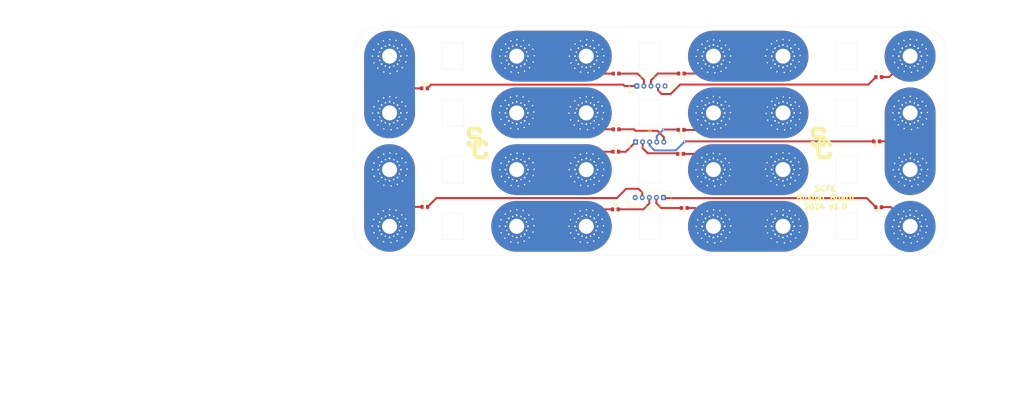
<source format=kicad_pcb>
(kicad_pcb (version 20240108) (generator "pcbnew") (generator_version "8.0")
  (layers (0 "F.Cu" signal) (31 "B.Cu" signal) (34 "B.Paste" user) (35 "F.Paste" user) (36 "B.SilkS" user "B.Silkscreen") (37 "F.SilkS" user "F.Silkscreen") (38 "B.Mask" user) (39 "F.Mask" user) (44 "Edge.Cuts" user))
  (net 0 "")
  (net 1 "Net-(H1-Pad1)")
  (net 2 "Net-(H24-Pad1)")
  (net 3 "Net-(J5-Pin_4)")
  (net 4 "Net-(J5-Pin_3)")
  (net 5 "Net-(H10-Pad1)")
  (net 6 "Net-(H22-Pad1)")
  (net 7 "Net-(H20-Pad1)")
  (net 8 "Net-(J5-Pin_2)")
  (net 9 "Net-(H18-Pad1)")
  (net 10 "Net-(J5-Pin_1)")
  (net 11 "Net-(H16-Pad1)")
  (net 12 "Net-(H14-Pad1)")
  (net 13 "Net-(H12-Pad1)")
  (net 14 "Net-(H8-Pad1)")
  (net 15 "Net-(J1-Pin_4)")
  (net 16 "Net-(H6-Pad1)")
  (net 17 "Net-(H4-Pad1)")
  (net 18 "Net-(J1-Pin_3)")
  (net 19 "Net-(H2-Pad1)")
  (net 20 "Net-(J1-Pin_2)")
  (net 21 "Net-(J1-Pin_1)")
  (net 24 "Net-(J2-Pin_5)")
  (net 25 "Net-(J2-Pin_4)")
  (net 26 "Net-(J2-Pin_3)")
  (net 27 "Net-(J2-Pin_2)")
  (net 28 "Net-(J2-Pin_1)")
  (footprint "MountingHole:MountingHole_5.3mm_M5_Pad_Via" (layer "F.Cu") (at 167.82 105.9)
    (property "Reference" "H3" (hide yes))
    (property "Value" "MountingHole_Pad")
  )
  (footprint "MountingHole:MountingHole_5.3mm_M5_Pad_Via" (layer "F.Cu") (at 192.44 105.9)
    (property "Reference" "H2" (hide yes))
    (property "Value" "MountingHole_Pad")
  )
  (footprint "MountingHole:MountingHole_5.3mm_M5_Pad_Via" (layer "F.Cu") (at 192.44 65.7)
    (property "Reference" "H14" (hide yes))
    (property "Value" "MountingHole_Pad")
  )
  (footprint "LOGO" (layer "F.Cu") (at 206 76.3)
    (property "Reference" "G***" (hide yes))
    (property "Value" "LOGO" (hide yes))
  )
  (footprint "Resistor_SMD:R_0805_2012Metric_Pad1.20x1.40mm_HandSolder" (layer "F.Cu") (at 226.3 99.1 180)
    (property "Reference" "R1")
    (property "Value" "RL0805FR-070R25L")
  )
  (footprint "Resistor_SMD:R_0805_2012Metric_Pad1.20x1.40mm_HandSolder" (layer "F.Cu") (at 156.375 71.725 180)
    (property "Reference" "R8")
    (property "Value" "RL0805FR-070R25L")
  )
  (footprint "LOGO" (layer "F.Cu") (at 84.3 76.3)
    (property "Reference" "G***" (hide yes))
    (property "Value" "LOGO" (hide yes))
  )
  (footprint "MountingHole:MountingHole_5.3mm_M5_Pad_Via" (layer "F.Cu") (at 53.2 85.8)
    (property "Reference" "H7" (hide yes))
    (property "Value" "MountingHole_Pad")
  )
  (footprint "MountingHole:MountingHole_5.3mm_M5_Pad_Via" (layer "F.Cu") (at 53.2 105.9)
    (property "Reference" "H6" (hide yes))
    (property "Value" "MountingHole_Pad")
  )
  (footprint "MountingHole:MountingHole_5.3mm_M5_Pad_Via" (layer "F.Cu") (at 237.44 105.9)
    (property "Reference" "H1" (hide yes))
    (property "Value" "MountingHole_Pad")
  )
  (footprint "MountingHole:MountingHole_5.3mm_M5_Pad_Via" (layer "F.Cu") (at 192.44 85.8)
    (property "Reference" "H11" (hide yes))
    (property "Value" "MountingHole_Pad")
  )
  (footprint "MountingHole:MountingHole_5.3mm_M5_Pad_Via" (layer "F.Cu") (at 53.2 45.6)
    (property "Reference" "H19" (hide yes))
    (property "Value" "MountingHole_Pad")
  )
  (footprint "Resistor_SMD:R_0805_2012Metric_Pad1.20x1.40mm_HandSolder" (layer "F.Cu") (at 156.475 51.75 180)
    (property "Reference" "R12")
    (property "Value" "RL0805FR-070R25L")
  )
  (footprint "MountingHole:MountingHole_5.3mm_M5_Pad_Via" (layer "F.Cu") (at 53.2 65.7)
    (property "Reference" "H18" (hide yes))
    (property "Value" "MountingHole_Pad")
  )
  (footprint "Connector_Molex:Molex_SPOX_5267-05A_1x05_P2.50mm_Vertical" (layer "F.Cu") (at 140.26 76.02)
    (property "Reference" "J2")
    (property "Value" "Conn_01x05_Socket")
  )
  (footprint "Resistor_SMD:R_0805_2012Metric_Pad1.20x1.40mm_HandSolder" (layer "F.Cu") (at 226.3 53)
    (property "Reference" "R13")
    (property "Value" "RL0805FR-070R25L")
  )
  (footprint "MountingHole:MountingHole_5.3mm_M5_Pad_Via" (layer "F.Cu") (at 167.82 85.8)
    (property "Reference" "H10" (hide yes))
    (property "Value" "MountingHole_Pad")
  )
  (footprint "Resistor_SMD:R_0805_2012Metric_Pad1.20x1.40mm_HandSolder" (layer "F.Cu") (at 133.1 99.875)
    (property "Reference" "R3")
    (property "Value" "RL0805FR-070R25L")
  )
  (footprint "MountingHole:MountingHole_5.3mm_M5_Pad_Via" (layer "F.Cu") (at 122.82 105.9)
    (property "Reference" "H4" (hide yes))
    (property "Value" "MountingHole_Pad")
  )
  (footprint "MountingHole:MountingHole_5.3mm_M5_Pad_Via" (layer "F.Cu") (at 98.2 85.8)
    (property "Reference" "H8" (hide yes))
    (property "Value" "MountingHole_Pad")
  )
  (footprint "MountingHole:MountingHole_5.3mm_M5_Pad_Via" (layer "F.Cu") (at 237.44 85.8)
    (property "Reference" "H12" (hide yes))
    (property "Value" "MountingHole_Pad")
  )
  (footprint "MountingHole:MountingHole_5.3mm_M5_Pad_Via" (layer "F.Cu") (at 122.82 65.7)
    (property "Reference" "H16" (hide yes))
    (property "Value" "MountingHole_Pad")
  )
  (footprint "Resistor_SMD:R_0805_2012Metric_Pad1.20x1.40mm_HandSolder" (layer "F.Cu") (at 65.575 57)
    (property "Reference" "R10")
    (property "Value" "RL0805FR-070R25L")
  )
  (footprint "MountingHole:MountingHole_5.3mm_M5_Pad_Via" (layer "F.Cu") (at 98.2 65.7)
    (property "Reference" "H17" (hide yes))
    (property "Value" "MountingHole_Pad")
  )
  (footprint "MountingHole:MountingHole_5.3mm_M5_Pad_Via" (layer "F.Cu") (at 237.44 65.7)
    (property "Reference" "H13" (hide yes))
    (property "Value" "MountingHole_Pad")
  )
  (footprint "MountingHole:MountingHole_5.3mm_M5_Pad_Via" (layer "F.Cu") (at 122.82 85.8)
    (property "Reference" "H9" (hide yes))
    (property "Value" "MountingHole_Pad")
  )
  (footprint "Resistor_SMD:R_0805_2012Metric_Pad1.20x1.40mm_HandSolder" (layer "F.Cu") (at 65.6625 99)
    (property "Reference" "R4")
    (property "Value" "RL0805FR-070R25L")
  )
  (footprint "MountingHole:MountingHole_5.3mm_M5_Pad_Via" (layer "F.Cu") (at 167.82 65.7)
    (property "Reference" "H15" (hide yes))
    (property "Value" "MountingHole_Pad")
  )
  (footprint "Resistor_SMD:R_0805_2012Metric_Pad1.20x1.40mm_HandSolder" (layer "F.Cu") (at 133.375 71.525)
    (property "Reference" "R9")
    (property "Value" "RL0805FR-070R25L")
  )
  (footprint "MountingHole:MountingHole_5.3mm_M5_Pad_Via" (layer "F.Cu") (at 98.2 105.9)
    (property "Reference" "H5" (hide yes))
    (property "Value" "MountingHole_Pad")
  )
  (footprint "Resistor_SMD:R_0805_2012Metric_Pad1.20x1.40mm_HandSolder" (layer "F.Cu") (at 225.6 75.8 180)
    (property "Reference" "R7")
    (property "Value" "RL0805FR-070R25L")
  )
  (footprint "Connector_Molex:Molex_SPOX_5267-05A_1x05_P2.50mm_Vertical" (layer "F.Cu") (at 150.12 95.7 180)
    (property "Reference" "J1")
    (property "Value" "Conn_01x05_Socket")
  )
  (footprint "Resistor_SMD:R_0805_2012Metric_Pad1.20x1.40mm_HandSolder" (layer "F.Cu") (at 156.175 80.225 180)
    (property "Reference" "R6")
    (property "Value" "RL0805FR-070R25L")
  )
  (footprint "MountingHole:MountingHole_5.3mm_M5_Pad_Via" (layer "F.Cu") (at 192.44 45.6)
    (property "Reference" "H23" (hide yes))
    (property "Value" "MountingHole_Pad")
  )
  (footprint "Resistor_SMD:R_0805_2012Metric_Pad1.20x1.40mm_HandSolder" (layer "F.Cu") (at 133.35 51.775)
    (property "Reference" "R11" (hide yes))
    (property "Value" "RL0805FR-070R25L")
  )
  (footprint "MountingHole:MountingHole_5.3mm_M5_Pad_Via" (layer "F.Cu") (at 98.2 45.6)
    (property "Reference" "H20" (hide yes))
    (property "Value" "MountingHole_Pad")
  )
  (footprint "Resistor_SMD:R_0805_2012Metric_Pad1.20x1.40mm_HandSolder" (layer "F.Cu") (at 157.5 99.4 180)
    (property "Reference" "R2")
    (property "Value" "RL0805FR-070R25L")
  )
  (footprint "MountingHole:MountingHole_5.3mm_M5_Pad_Via" (layer "F.Cu") (at 167.82 45.6)
    (property "Reference" "H22" (hide yes))
    (property "Value" "MountingHole_Pad")
  )
  (footprint "MountingHole:MountingHole_5.3mm_M5_Pad_Via" (layer "F.Cu") (at 237.44 45.6)
    (property "Reference" "H24" (hide yes))
    (property "Value" "MountingHole_Pad")
  )
  (footprint "MountingHole:MountingHole_5.3mm_M5_Pad_Via" (layer "F.Cu") (at 122.82 45.6)
    (property "Reference" "H21" (hide yes))
    (property "Value" "MountingHole_Pad")
  )
  (footprint "Connector_Molex:Molex_SPOX_5267-05A_1x05_P2.50mm_Vertical" (layer "F.Cu") (at 140.7 56.17)
    (property "Reference" "J5")
    (property "Value" "Conn_01x05_Socket")
  )
  (footprint "Resistor_SMD:R_0805_2012Metric_Pad1.20x1.40mm_HandSolder" (layer "F.Cu") (at 133.25 79.45)
    (property "Reference" "R5")
    (property "Value" "RL0805FR-070R25L")
  )
  (gr_rect (start 71.9 61.05) (end 79.5 70.4) (stroke (width 0.05)) (fill none) (layer "Edge.Cuts"))
  (gr_arc (start 241.2 35.200001) (mid 247.533543 37.905598) (end 250.100035 44.296775) (stroke (width 0.05)) (layer "Edge.Cuts"))
  (gr_rect (start 141.5 101.25) (end 149.1 110.6) (stroke (width 0.05)) (fill none) (layer "Edge.Cuts"))
  (gr_rect (start 211.1 61.05) (end 218.7 70.4) (stroke (width 0.05)) (fill none) (layer "Edge.Cuts"))
  (gr_arc (start 40.603226 44.100035) (mid 43.308823 37.766492) (end 49.7 35.2) (stroke (width 0.05)) (layer "Edge.Cuts"))
  (gr_rect (start 141.5 61.05) (end 149.1 70.4) (stroke (width 0.05)) (fill none) (layer "Edge.Cuts"))
  (gr_line (start 250.100035 44.296775) (end 250.096774 107.299965) (stroke (width 0.05)) (layer "Edge.Cuts"))
  (gr_line (start 49.7 35.2) (end 241.2 35.200001) (stroke (width 0.05)) (layer "Edge.Cuts"))
  (gr_rect (start 141.5 40.85) (end 149.1 50.2) (stroke (width 0.05)) (fill none) (layer "Edge.Cuts"))
  (gr_rect (start 211.1 101.25) (end 218.7 110.6) (stroke (width 0.05)) (fill none) (layer "Edge.Cuts"))
  (gr_rect (start 71.9 40.9) (end 79.5 50.25) (stroke (width 0.05)) (fill none) (layer "Edge.Cuts"))
  (gr_rect (start 71.9 101.15) (end 79.5 110.5) (stroke (width 0.05)) (fill none) (layer "Edge.Cuts"))
  (gr_rect (start 141.5 81.15) (end 149.1 90.5) (stroke (width 0.05)) (fill none) (layer "Edge.Cuts"))
  (gr_line (start 40.6 107.1) (end 40.603226 44.100035) (stroke (width 0.05)) (layer "Edge.Cuts"))
  (gr_rect (start 211.2 81.15) (end 218.7 90.5) (stroke (width 0.05)) (fill none) (layer "Edge.Cuts"))
  (gr_rect (start 71.9 81.15) (end 79.5 90.5) (stroke (width 0.05)) (fill none) (layer "Edge.Cuts"))
  (gr_rect (start 211.1 40.95) (end 218.7 50.3) (stroke (width 0.05)) (fill none) (layer "Edge.Cuts"))
  (gr_line (start 241 116.2) (end 49.500035 116.196774) (stroke (width 0.05)) (layer "Edge.Cuts"))
  (gr_arc (start 49.500035 116.196774) (mid 43.166492 113.491177) (end 40.6 107.1) (stroke (width 0.05)) (layer "Edge.Cuts"))
  (gr_arc (start 250.096774 107.299965) (mid 247.391177 113.633508) (end 241 116.2) (stroke (width 0.05)) (layer "Edge.Cuts"))
  (gr_text "SCFE\nBusbar Board\n2024 v1.0" (at 207.4 100.1 0) (layer "F.SilkS") (effects (font (size 2 2) (thickness 0.5)) (justify bottom)))
  (segment (start 227.3 99.1) (end 230.64 99.1) (width 0.7) (layer "F.Cu") (net 1))
  (segment (start 237.44 105.9) (end 237.4 105.9) (width 18) (layer "F.Cu") (net 1))
  (segment (start 230.64 99.1) (end 237.44 105.9) (width 0.7) (layer "F.Cu") (net 1))
  (via (at 242.95 103.5) (size 1) (drill 0.5) (layers "F.Cu" "B.Cu") (net 1))
  (via (at 237.8 111.83) (size 1) (drill 0.5) (layers "F.Cu" "B.Cu") (net 1))
  (via (at 235.94 109.4) (size 1) (drill 0.5) (layers "F.Cu" "B.Cu") (net 1))
  (via (at 235.21 111.58) (size 1) (drill 0.5) (layers "F.Cu" "B.Cu") (net 1))
  (via (at 235.13 100.58) (size 1) (drill 0.5) (layers "F.Cu" "B.Cu") (net 1))
  (via (at 231.22 106) (size 1) (drill 0.5) (layers "F.Cu" "B.Cu") (net 1))
  (via (at 243.05 108.07) (size 1) (drill 0.5) (layers "F.Cu" "B.Cu") (net 1))
  (via (at 243.4 105.84) (size 1) (drill 0.5) (layers "F.Cu" "B.Cu") (net 1))
  (via (at 239.97 111.29) (size 1) (drill 0.5) (layers "F.Cu" "B.Cu") (net 1))
  (via (at 236 102.35) (size 1) (drill 0.5) (layers "F.Cu" "B.Cu") (net 1))
  (via (at 231.8 108.39) (size 1) (drill 0.5) (layers "F.Cu" "B.Cu") (net 1))
  (via (at 240.94 104.4) (size 1) (drill 0.5) (layers "F.Cu" "B.Cu") (net 1))
  (via (at 239.6 100.44) (size 1) (drill 0.5) (layers "F.Cu" "B.Cu") (net 1))
  (via (at 233.94 107.4) (size 1) (drill 0.5) (layers "F.Cu" "B.Cu") (net 1))
  (via (at 241.62 102.04) (size 1) (drill 0.5) (layers "F.Cu" "B.Cu") (net 1))
  (via (at 233.13 110.25) (size 1) (drill 0.5) (layers "F.Cu" "B.Cu") (net 1))
  (via (at 241.75 110.07) (size 1) (drill 0.5) (layers "F.Cu" "B.Cu") (net 1))
  (via (at 238.94 102.4) (size 1) (drill 0.5) (layers "F.Cu" "B.Cu") (net 1))
  (via (at 231.72 103.71) (size 1) (drill 0.5) (layers "F.Cu" "B.Cu") (net 1))
  (via (at 240.94 107.4) (size 1) (drill 0.5) (layers "F.Cu" "B.Cu") (net 1))
  (via (at 233.94 104.4) (size 1) (drill 0.5) (layers "F.Cu" "B.Cu") (net 1))
  (via (at 237.36 100.15) (size 1) (drill 0.5) (layers "F.Cu" "B.Cu") (net 1))
  (via (at 238.94 109.4) (size 1) (drill 0.5) (layers "F.Cu" "B.Cu") (net 1))
  (via (at 233.27 101.72) (size 1) (drill 0.5) (layers "F.Cu" "B.Cu") (net 1))
  (segment (start 237.39 105.95) (end 237.39 106.01) (width 18) (layer "B.Cu") (net 1))
  (segment (start 237.44 105.9) (end 237.39 105.95) (width 18) (layer "B.Cu") (net 1))
  (segment (start 227.3 53) (end 230.04 53) (width 0.7) (layer "F.Cu") (net 2))
  (segment (start 230.04 53) (end 237.38 45.66) (width 0.7) (layer "F.Cu") (net 2))
  (segment (start 237.44 45.6) (end 237.38 45.66) (width 18) (layer "F.Cu") (net 2))
  (via (at 237.92 51.3) (size 1) (drill 0.5) (layers "F.Cu" "B.Cu") (net 2))
  (via (at 243.52 45.31) (size 1) (drill 0.5) (layers "F.Cu" "B.Cu") (net 2))
  (via (at 233.39 41.19) (size 1) (drill 0.5) (layers "F.Cu" "B.Cu") (net 2))
  (via (at 235.25 40.05) (size 1) (drill 0.5) (layers "F.Cu" "B.Cu") (net 2))
  (via (at 231.92 47.86) (size 1) (drill 0.5) (layers "F.Cu" "B.Cu") (net 2))
  (via (at 233.94 47.1) (size 1) (drill 0.5) (layers "F.Cu" "B.Cu") (net 2))
  (via (at 231.34 45.47) (size 1) (drill 0.5) (layers "F.Cu" "B.Cu") (net 2))
  (via (at 235.94 49.1) (size 1) (drill 0.5) (layers "F.Cu" "B.Cu") (net 2))
  (via (at 238.94 49.1) (size 1) (drill 0.5) (layers "F.Cu" "B.Cu") (net 2))
  (via (at 241.74 41.51) (size 1) (drill 0.5) (layers "F.Cu" "B.Cu") (net 2))
  (via (at 233.25 49.72) (size 1) (drill 0.5) (layers "F.Cu" "B.Cu") (net 2))
  (via (at 241.87 49.54) (size 1) (drill 0.5) (layers "F.Cu" "B.Cu") (net 2))
  (via (at 233.94 44.1) (size 1) (drill 0.5) (layers "F.Cu" "B.Cu") (net 2))
  (via (at 235.33 51.05) (size 1) (drill 0.5) (layers "F.Cu" "B.Cu") (net 2))
  (via (at 236 42.1) (size 1) (drill 0.5) (layers "F.Cu" "B.Cu") (net 2))
  (via (at 243.17 47.54) (size 1) (drill 0.5) (layers "F.Cu" "B.Cu") (net 2))
  (via (at 239.72 39.91) (size 1) (drill 0.5) (layers "F.Cu" "B.Cu") (net 2))
  (via (at 243.07 42.97) (size 1) (drill 0.5) (layers "F.Cu" "B.Cu") (net 2))
  (via (at 237.48 39.62) (size 1) (drill 0.5) (layers "F.Cu" "B.Cu") (net 2))
  (via (at 238.94 42.1) (size 1) (drill 0.5) (layers "F.Cu" "B.Cu") (net 2))
  (via (at 240.94 47.1) (size 1) (drill 0.5) (layers "F.Cu" "B.Cu") (net 2))
  (via (at 240.94 44.1) (size 1) (drill 0.5) (layers "F.Cu" "B.Cu") (net 2))
  (via (at 240.09 50.76) (size 1) (drill 0.5) (layers "F.Cu" "B.Cu") (net 2))
  (via (at 231.84 43.18) (size 1) (drill 0.5) (layers "F.Cu" "B.Cu") (net 2))
  (segment (start 237.44 45.6) (end 237.44 45.57) (width 18) (layer "B.Cu") (net 2))
  (segment (start 222.64 55.66) (end 225.3 53) (width 0.7) (layer "F.Cu") (net 3))
  (segment (start 156.04 55.66) (end 222.64 55.66) (width 0.7) (layer "F.Cu") (net 3))
  (segment (start 148.2 56.17) (end 148.2 57.72) (width 0.7) (layer "F.Cu") (net 3))
  (segment (start 149.49 59.01) (end 152.69 59.01) (width 0.7) (layer "F.Cu") (net 3))
  (segment (start 148.2 57.72) (end 149.49 59.01) (width 0.7) (layer "F.Cu") (net 3))
  (segment (start 152.69 59.01) (end 156.04 55.66) (width 0.7) (layer "F.Cu") (net 3))
  (segment (start 148.13 51.75) (end 155.475 51.75) (width 0.7) (layer "F.Cu") (net 4))
  (segment (start 145.7 56.17) (end 145.7 54.18) (width 0.7) (layer "F.Cu") (net 4))
  (segment (start 145.7 54.18) (end 148.13 51.75) (width 0.7) (layer "F.Cu") (net 4))
  (segment (start 157.175 80.225) (end 162.245 80.225) (width 0.7) (layer "F.Cu") (net 5))
  (segment (start 162.245 80.225) (end 167.82 85.8) (width 0.7) (layer "F.Cu") (net 5))
  (segment (start 167.82 85.8) (end 192.44 85.8) (width 18) (layer "F.Cu") (net 5))
  (via (at 194.64 80.06) (size 1) (drill 0.5) (layers "F.Cu" "B.Cu") (net 5))
  (via (at 162.25 88.25) (size 1) (drill 0.5) (layers "F.Cu" "B.Cu") (net 5))
  (via (at 198.44 85.46) (size 1) (drill 0.5) (layers "F.Cu" "B.Cu") (net 5))
  (via (at 188.31 81.34) (size 1) (drill 0.5) (layers "F.Cu" "B.Cu") (net 5))
  (via (at 190.94 89.3) (size 1) (drill 0.5) (layers "F.Cu" "B.Cu") (net 5))
  (via (at 191 82.3) (size 1) (drill 0.5) (layers "F.Cu" "B.Cu") (net 5))
  (via (at 190.17 80.2) (size 1) (drill 0.5) (layers "F.Cu" "B.Cu") (net 5))
  (via (at 164.32 87.3) (size 1) (drill 0.5) (layers "F.Cu" "B.Cu") (net 5))
  (via (at 173.4 83.36) (size 1) (drill 0.5) (layers "F.Cu" "B.Cu") (net 5))
  (via (at 193.94 82.3) (size 1) (drill 0.5) (layers "F.Cu" "B.Cu") (net 5))
  (via (at 195.94 84.3) (size 1) (drill 0.5) (layers "F.Cu" "B.Cu") (net 5))
  (via (at 173.5 87.93) (size 1) (drill 0.5) (layers "F.Cu" "B.Cu") (net 5))
  (via (at 161.67 85.86) (size 1) (drill 0.5) (layers "F.Cu" "B.Cu") (net 5))
  (via (at 162.17 83.57) (size 1) (drill 0.5) (layers "F.Cu" "B.Cu") (net 5))
  (via (at 172.2 89.93) (size 1) (drill 0.5) (layers "F.Cu" "B.Cu") (net 5))
  (via (at 186.84 88.01) (size 1) (drill 0.5) (layers "F.Cu" "B.Cu") (net 5))
  (via (at 196.79 89.69) (size 1) (drill 0.5) (layers "F.Cu" "B.Cu") (net 5))
  (via (at 192.84 91.45) (size 1) (drill 0.5) (layers "F.Cu" "B.Cu") (net 5))
  (via (at 169.32 89.3) (size 1) (drill 0.5) (layers "F.Cu" "B.Cu") (net 5))
  (via (at 186.26 85.62) (size 1) (drill 0.5) (layers "F.Cu" "B.Cu") (net 5))
  (via (at 166.32 89.3) (size 1) (drill 0.5) (layers "F.Cu" "B.Cu") (net 5))
  (via (at 188.17 89.87) (size 1) (drill 0.5) (layers "F.Cu" "B.Cu") (net 5))
  (via (at 170.05 80.3) (size 1) (drill 0.5) (layers "F.Cu" "B.Cu") (net 5))
  (via (at 170.42 91.15) (size 1) (drill 0.5) (layers "F.Cu" "B.Cu") (net 5))
  (via (at 165.58 80.44) (size 1) (drill 0.5) (layers "F.Cu" "B.Cu") (net 5))
  (via (at 192.4 79.77) (size 1) (drill 0.5) (layers "F.Cu" "B.Cu") (net 5))
  (via (at 168.25 91.69) (size 1) (drill 0.5) (layers "F.Cu" "B.Cu") (net 5))
  (via (at 169.32 82.3) (size 1) (drill 0.5) (layers "F.Cu" "B.Cu") (net 5))
  (via (at 186.76 83.33) (size 1) (drill 0.5) (layers "F.Cu" "B.Cu") (net 5))
  (via (at 171.32 87.3) (size 1) (drill 0.5) (layers "F.Cu" "B.Cu") (net 5))
  (via (at 190.25 91.2) (size 1) (drill 0.5) (layers "F.Cu" "B.Cu") (net 5))
  (via (at 163.58 90.11) (size 1) (drill 0.5) (layers "F.Cu" "B.Cu") (net 5))
  (via (at 172.07 81.9) (size 1) (drill 0.5) (layers "F.Cu" "B.Cu") (net 5))
  (via (at 198.09 87.69) (size 1) (drill 0.5) (layers "F.Cu" "B.Cu") (net 5))
  (via (at 195.01 90.91) (size 1) (drill 0.5) (layers "F.Cu" "B.Cu") (net 5))
  (via (at 188.94 87.3) (size 1) (drill 0.5) (layers "F.Cu" "B.Cu") (net 5))
  (via (at 188.94 84.3) (size 1) (drill 0.5) (layers "F.Cu" "B.Cu") (net 5))
  (via (at 171.32 84.3) (size 1) (drill 0.5) (layers "F.Cu" "B.Cu") (net 5))
  (via (at 163.72 81.58) (size 1) (drill 0.5) (layers "F.Cu" "B.Cu") (net 5))
  (via (at 195.94 87.3) (size 1) (drill 0.5) (layers "F.Cu" "B.Cu") (net 5))
  (via (at 193.94 89.3) (size 1) (drill 0.5) (layers "F.Cu" "B.Cu") (net 5))
  (via (at 166.4 82.3) (size 1) (drill 0.5) (layers "F.Cu" "B.Cu") (net 5))
  (via (at 165.66 91.44) (size 1) (drill 0.5) (layers "F.Cu" "B.Cu") (net 5))
  (via (at 173.85 85.7) (size 1) (drill 0.5) (layers "F.Cu" "B.Cu") (net 5))
  (via (at 196.66 81.66) (size 1) (drill 0.5) (layers "F.Cu" "B.Cu") (net 5))
  (via (at 197.99 83.12) (size 1) (drill 0.5) (layers "F.Cu" "B.Cu") (net 5))
  (via (at 167.81 80.01) (size 1) (drill 0.5) (layers "F.Cu" "B.Cu") (net 5))
  (via (at 164.32 84.3) (size 1) (drill 0.5) (layers "F.Cu" "B.Cu") (net 5))
  (segment (start 167.82 85.8) (end 192.44 85.8) (width 18) (layer "B.Cu") (net 5))
  (segment (start 167.82 45.6) (end 192.44 45.6) (width 18) (layer "F.Cu") (net 6))
  (segment (start 157.475 51.75) (end 161.67 51.75) (width 0.7) (layer "F.Cu") (net 6))
  (via (at 194.68 39.97) (size 1) (drill 0.5) (layers "F.Cu" "B.Cu") (net 6))
  (via (at 171.32 44.1) (size 1) (drill 0.5) (layers "F.Cu" "B.Cu") (net 6))
  (via (at 195.94 47.1) (size 1) (drill 0.5) (layers "F.Cu" "B.Cu") (net 6))
  (via (at 188.94 47.1) (size 1) (drill 0.5) (layers "F.Cu" "B.Cu") (net 6))
  (via (at 188.94 44.1) (size 1) (drill 0.5) (layers "F.Cu" "B.Cu") (net 6))
  (via (at 167.88 39.85) (size 1) (drill 0.5) (layers "F.Cu" "B.Cu") (net 6))
  (via (at 162.24 43.41) (size 1) (drill 0.5) (layers "F.Cu" "B.Cu") (net 6))
  (via (at 190.94 49.1) (size 1) (drill 0.5) (layers "F.Cu" "B.Cu") (net 6))
  (via (at 195.94 44.1) (size 1) (drill 0.5) (layers "F.Cu" "B.Cu") (net 6))
  (via (at 163.79 41.42) (size 1) (drill 0.5) (layers "F.Cu" "B.Cu") (net 6))
  (via (at 172.14 41.74) (size 1) (drill 0.5) (layers "F.Cu" "B.Cu") (net 6))
  (via (at 165.65 40.28) (size 1) (drill 0.5) (layers "F.Cu" "B.Cu") (net 6))
  (via (at 186.88 47.92) (size 1) (drill 0.5) (layers "F.Cu" "B.Cu") (net 6))
  (via (at 198.13 47.6) (size 1) (drill 0.5) (layers "F.Cu" "B.Cu") (net 6))
  (via (at 166.32 49.1) (size 1) (drill 0.5) (layers "F.Cu" "B.Cu") (net 6))
  (via (at 166.35 42.05) (size 1) (drill 0.5) (layers "F.Cu" "B.Cu") (net 6))
  (via (at 193.94 42.1) (size 1) (drill 0.5) (layers "F.Cu" "B.Cu") (net 6))
  (via (at 161.74 45.7) (size 1) (drill 0.5) (layers "F.Cu" "B.Cu") (net 6))
  (via (at 168.32 51.53) (size 1) (drill 0.5) (layers "F.Cu" "B.Cu") (net 6))
  (via (at 196.7 41.57) (size 1) (drill 0.5) (layers "F.Cu" "B.Cu") (net 6))
  (via (at 190.29 51.11) (size 1) (drill 0.5) (layers "F.Cu" "B.Cu") (net 6))
  (via (at 173.92 45.54) (size 1) (drill 0.5) (layers "F.Cu" "B.Cu") (net 6))
  (via (at 170.12 40.14) (size 1) (drill 0.5) (layers "F.Cu" "B.Cu") (net 6))
  (via (at 169.32 42.1) (size 1) (drill 0.5) (layers "F.Cu" "B.Cu") (net 6))
  (via (at 186.3 45.53) (size 1) (drill 0.5) (layers "F.Cu" "B.Cu") (net 6))
  (via (at 195.05 50.82) (size 1) (drill 0.5) (layers "F.Cu" "B.Cu") (net 6))
  (via (at 172.27 49.77) (size 1) (drill 0.5) (layers "F.Cu" "B.Cu") (net 6))
  (via (at 196.83 49.6) (size 1) (drill 0.5) (layers "F.Cu" "B.Cu") (net 6))
  (via (at 188.21 49.78) (size 1) (drill 0.5) (layers "F.Cu" "B.Cu") (net 6))
  (via (at 163.65 49.95) (size 1) (drill 0.5) (layers "F.Cu" "B.Cu") (net 6))
  (via (at 192.88 51.36) (size 1) (drill 0.5) (layers "F.Cu" "B.Cu") (net 6))
  (via (at 186.8 43.24) (size 1) (drill 0.5) (layers "F.Cu" "B.Cu") (net 6))
  (via (at 173.57 47.77) (size 1) (drill 0.5) (layers "F.Cu" "B.Cu") (net 6))
  (via (at 170.49 50.99) (size 1) (drill 0.5) (layers "F.Cu" "B.Cu") (net 6))
  (via (at 164.32 44.1) (size 1) (drill 0.5) (layers "F.Cu" "B.Cu") (net 6))
  (via (at 191 42.05) (size 1) (drill 0.5) (layers "F.Cu" "B.Cu") (net 6))
  (via (at 162.32 48.09) (size 1) (drill 0.5) (layers "F.Cu" "B.Cu") (net 6))
  (via (at 169.32 49.1) (size 1) (drill 0.5) (layers "F.Cu" "B.Cu") (net 6))
  (via (at 198.48 45.37) (size 1) (drill 0.5) (layers "F.Cu" "B.Cu") (net 6))
  (via (at 165.73 51.28) (size 1) (drill 0.5) (layers "F.Cu" "B.Cu") (net 6))
  (via (at 190.21 40.11) (size 1) (drill 0.5) (layers "F.Cu" "B.Cu") (net 6))
  (via (at 192.44 39.68) (size 1) (drill 0.5) (layers "F.Cu" "B.Cu") (net 6))
  (via (at 164.32 47.1) (size 1) (drill 0.5) (layers "F.Cu" "B.Cu") (net 6))
  (via (at 188.35 41.25) (size 1) (drill 0.5) (layers "F.Cu" "B.Cu") (net 6))
  (via (at 171.32 47.1) (size 1) (drill 0.5) (layers "F.Cu" "B.Cu") (net 6))
  (via (at 198.03 43.03) (size 1) (drill 0.5) (layers "F.Cu" "B.Cu") (net 6))
  (via (at 173.47 43.2) (size 1) (drill 0.5) (layers "F.Cu" "B.Cu") (net 6))
  (via (at 193.94 49.1) (size 1) (drill 0.5) (layers "F.Cu" "B.Cu") (net 6))
  (segment (start 167.82 45.6) (end 192.44 45.6) (width 18) (layer "B.Cu") (net 6))
  (segment (start 128.995 51.775) (end 132.35 51.775) (width 0.7) (layer "F.Cu") (net 7))
  (segment (start 98.2 45.6) (end 122.82 45.6) (width 18) (layer "F.Cu") (net 7))
  (via (at 92.79 48) (size 1) (drill 0.5) (layers "F.Cu" "B.Cu") (net 7))
  (via (at 103.94 43.11) (size 1) (drill 0.5) (layers "F.Cu" "B.Cu") (net 7))
  (via (at 121.4 42.1) (size 1) (drill 0.5) (layers "F.Cu" "B.Cu") (net 7))
  (via (at 124.25 42.1) (size 1) (drill 0.5) (layers "F.Cu" "B.Cu") (net 7))
  (via (at 94.7 44.1) (size 1) (drill 0.5) (layers "F.Cu" "B.Cu") (net 7))
  (via (at 99.7 49.1) (size 1) (drill 0.5) (layers "F.Cu" "B.Cu") (net 7))
  (via (at 96.75 42.05) (size 1) (drill 0.5) (layers "F.Cu" "B.Cu") (net 7))
  (via (at 117.33 43.32) (size 1) (drill 0.5) (layers "F.Cu" "B.Cu") (net 7))
  (via (at 104.04 47.68) (size 1) (drill 0.5) (layers "F.Cu" "B.Cu") (net 7))
  (via (at 102.61 41.65) (size 1) (drill 0.5) (layers "F.Cu" "B.Cu") (net 7))
  (via (at 124.32 49.35) (size 1) (drill 0.5) (layers "F.Cu" "B.Cu") (net 7))
  (via (at 94.7 47.1) (size 1) (drill 0.5) (layers "F.Cu" "B.Cu") (net 7))
  (via (at 101.7 44.1) (size 1) (drill 0.5) (layers "F.Cu" "B.Cu") (net 7))
  (via (at 94.12 49.86) (size 1) (drill 0.5) (layers "F.Cu" "B.Cu") (net 7))
  (via (at 100.59 40.05) (size 1) (drill 0.5) (layers "F.Cu" "B.Cu") (net 7))
  (via (at 98.79 51.44) (size 1) (drill 0.5) (layers "F.Cu" "B.Cu") (net 7))
  (via (at 102.74 49.68) (size 1) (drill 0.5) (layers "F.Cu" "B.Cu") (net 7))
  (via (at 96.7 49.1) (size 1) (drill 0.5) (layers "F.Cu" "B.Cu") (net 7))
  (via (at 120.74 40.19) (size 1) (drill 0.5) (layers "F.Cu" "B.Cu") (net 7))
  (via (at 118.88 41.33) (size 1) (drill 0.5) (layers "F.Cu" "B.Cu") (net 7))
  (via (at 116.83 45.61) (size 1) (drill 0.5) (layers "F.Cu" "B.Cu") (net 7))
  (via (at 104.39 45.45) (size 1) (drill 0.5) (layers "F.Cu" "B.Cu") (net 7))
  (via (at 96.12 40.19) (size 1) (drill 0.5) (layers "F.Cu" "B.Cu") (net 7))
  (via (at 118.74 49.86) (size 1) (drill 0.5) (layers "F.Cu" "B.Cu") (net 7))
  (via (at 122.97 39.76) (size 1) (drill 0.5) (layers "F.Cu" "B.Cu") (net 7))
  (via (at 101.7 47.1) (size 1) (drill 0.5) (layers "F.Cu" "B.Cu") (net 7))
  (via (at 100.96 50.9) (size 1) (drill 0.5) (layers "F.Cu" "B.Cu") (net 7))
  (via (at 126.45 44.1) (size 1) (drill 0.5) (layers "F.Cu" "B.Cu") (net 7))
  (via (at 119.25 47.05) (size 1) (drill 0.5) (layers "F.Cu" "B.Cu") (net 7))
  (via (at 98.35 39.76) (size 1) (drill 0.5) (layers "F.Cu" "B.Cu") (net 7))
  (via (at 120.82 51.19) (size 1) (drill 0.5) (layers "F.Cu" "B.Cu") (net 7))
  (via (at 92.21 45.61) (size 1) (drill 0.5) (layers "F.Cu" "B.Cu") (net 7))
  (via (at 128.66 47.68) (size 1) (drill 0.5) (layers "F.Cu" "B.Cu") (net 7))
  (via (at 99.7 42.1) (size 1) (drill 0.5) (layers "F.Cu" "B.Cu") (net 7))
  (via (at 125.21 40.05) (size 1) (drill 0.5) (layers "F.Cu" "B.Cu") (net 7))
  (via (at 129.01 45.45) (size 1) (drill 0.5) (layers "F.Cu" "B.Cu") (net 7))
  (via (at 126.45 47.1) (size 1) (drill 0.5) (layers "F.Cu" "B.Cu") (net 7))
  (via (at 128.56 43.11) (size 1) (drill 0.5) (layers "F.Cu" "B.Cu") (net 7))
  (via (at 125.58 50.9) (size 1) (drill 0.5) (layers "F.Cu" "B.Cu") (net 7))
  (via (at 119.3 44.15) (size 1) (drill 0.5) (layers "F.Cu" "B.Cu") (net 7))
  (via (at 96.2 51.19) (size 1) (drill 0.5) (layers "F.Cu" "B.Cu") (net 7))
  (via (at 127.23 41.65) (size 1) (drill 0.5) (layers "F.Cu" "B.Cu") (net 7))
  (via (at 92.71 43.32) (size 1) (drill 0.5) (layers "F.Cu" "B.Cu") (net 7))
  (via (at 123.41 51.44) (size 1) (drill 0.5) (layers "F.Cu" "B.Cu") (net 7))
  (via (at 94.26 41.33) (size 1) (drill 0.5) (layers "F.Cu" "B.Cu") (net 7))
  (via (at 127.36 49.68) (size 1) (drill 0.5) (layers "F.Cu" "B.Cu") (net 7))
  (via (at 121.32 49.35) (size 1) (drill 0.5) (layers "F.Cu" "B.Cu") (net 7))
  (via (at 117.41 48) (size 1) (drill 0.5) (layers "F.Cu" "B.Cu") (net 7))
  (segment (start 98.2 45.6) (end 122.82 45.6) (width 18) (layer "B.Cu") (net 7))
  (segment (start 134.35 51.775) (end 140.965 51.775) (width 0.7) (layer "F.Cu") (net 8))
  (segment (start 140.965 51.775) (end 143.2 54.01) (width 0.7) (layer "F.Cu") (net 8))
  (segment (start 143.2 54.01) (end 143.2 56.17) (width 0.7) (layer "F.Cu") (net 8))
  (segment (start 64.575 57) (end 53.48 57) (width 0.7) (layer "F.Cu") (net 9))
  (segment (start 53.2 45.6) (end 53.2 56.72) (width 18) (layer "F.Cu") (net 9))
  (segment (start 53.2 56.72) (end 53.2 65.7) (width 18) (layer "F.Cu") (net 9))
  (via (at 47.64 43.3) (size 1) (drill 0.5) (layers "F.Cu" "B.Cu") (net 9))
  (via (at 49.7 67.2) (size 1) (drill 0.5) (layers "F.Cu" "B.Cu") (net 9))
  (via (at 49.08 70.05) (size 1) (drill 0.5) (layers "F.Cu" "B.Cu") (net 9))
  (via (at 47.14 45.59) (size 1) (drill 0.5) (layers "F.Cu" "B.Cu") (net 9))
  (via (at 49.19 41.31) (size 1) (drill 0.5) (layers "F.Cu" "B.Cu") (net 9))
  (via (at 51.75 62.1) (size 1) (drill 0.5) (layers "F.Cu" "B.Cu") (net 9))
  (via (at 58.87 43.09) (size 1) (drill 0.5) (layers "F.Cu" "B.Cu") (net 9))
  (via (at 51.05 40.17) (size 1) (drill 0.5) (layers "F.Cu" "B.Cu") (net 9))
  (via (at 59.32 45.43) (size 1) (drill 0.5) (layers "F.Cu" "B.Cu") (net 9))
  (via (at 49.7 44.1) (size 1) (drill 0.5) (layers "F.Cu" "B.Cu") (net 9))
  (via (at 57.57 61.84) (size 1) (drill 0.5) (layers "F.Cu" "B.Cu") (net 9))
  (via (at 47.17 65.8) (size 1) (drill 0.5) (layers "F.Cu" "B.Cu") (net 9))
  (via (at 55.89 50.88) (size 1) (drill 0.5) (layers "F.Cu" "B.Cu") (net 9))
  (via (at 51.13 51.17) (size 1) (drill 0.5) (layers "F.Cu" "B.Cu") (net 9))
  (via (at 54.7 42.1) (size 1) (drill 0.5) (layers "F.Cu" "B.Cu") (net 9))
  (via (at 56.7 47.1) (size 1) (drill 0.5) (layers "F.Cu" "B.Cu") (net 9))
  (via (at 49.22 61.52) (size 1) (drill 0.5) (layers "F.Cu" "B.Cu") (net 9))
  (via (at 53.44 51.73) (size 1) (drill 0.5) (layers "F.Cu" "B.Cu") (net 9))
  (via (at 56.7 67.2) (size 1) (drill 0.5) (layers "F.Cu" "B.Cu") (net 9))
  (via (at 59 67.87) (size 1) (drill 0.5) (layers "F.Cu" "B.Cu") (net 9))
  (via (at 51.16 71.38) (size 1) (drill 0.5) (layers "F.Cu" "B.Cu") (net 9))
  (via (at 57.7 69.87) (size 1) (drill 0.5) (layers "F.Cu" "B.Cu") (net 9))
  (via (at 53.28 39.74) (size 1) (drill 0.5) (layers "F.Cu" "B.Cu") (net 9))
  (via (at 57.54 41.63) (size 1) (drill 0.5) (layers "F.Cu" "B.Cu") (net 9))
  (via (at 49.7 47.1) (size 1) (drill 0.5) (layers "F.Cu" "B.Cu") (net 9))
  (via (at 51.7 49.1) (size 1) (drill 0.5) (layers "F.Cu" "B.Cu") (net 9))
  (via (at 56.7 44.1) (size 1) (drill 0.5) (layers "F.Cu" "B.Cu") (net 9))
  (via (at 51.75 42.05) (size 1) (drill 0.5) (layers "F.Cu" "B.Cu") (net 9))
  (via (at 57.67 49.66) (size 1) (drill 0.5) (layers "F.Cu" "B.Cu") (net 9))
  (via (at 53.31 59.95) (size 1) (drill 0.5) (layers "F.Cu" "B.Cu") (net 9))
  (via (at 51.08 60.38) (size 1) (drill 0.5) (layers "F.Cu" "B.Cu") (net 9))
  (via (at 58.97 47.66) (size 1) (drill 0.5) (layers "F.Cu" "B.Cu") (net 9))
  (via (at 59.35 65.64) (size 1) (drill 0.5) (layers "F.Cu" "B.Cu") (net 9))
  (via (at 47.67 63.51) (size 1) (drill 0.5) (layers "F.Cu" "B.Cu") (net 9))
  (via (at 54.7 69.2) (size 1) (drill 0.5) (layers "F.Cu" "B.Cu") (net 9))
  (via (at 51.7 69.2) (size 1) (drill 0.5) (layers "F.Cu" "B.Cu") (net 9))
  (via (at 53.75 71.63) (size 1) (drill 0.5) (layers "F.Cu" "B.Cu") (net 9))
  (via (at 55.52 40.03) (size 1) (drill 0.5) (layers "F.Cu" "B.Cu") (net 9))
  (via (at 54.7 49.1) (size 1) (drill 0.5) (layers "F.Cu" "B.Cu") (net 9))
  (via (at 55.92 71.09) (size 1) (drill 0.5) (layers "F.Cu" "B.Cu") (net 9))
  (via (at 55.55 60.24) (size 1) (drill 0.5) (layers "F.Cu" "B.Cu") (net 9))
  (via (at 49.05 49.84) (size 1) (drill 0.5) (layers "F.Cu" "B.Cu") (net 9))
  (via (at 47.72 47.98) (size 1) (drill 0.5) (layers "F.Cu" "B.Cu") (net 9))
  (via (at 49.7 64.2) (size 1) (drill 0.5) (layers "F.Cu" "B.Cu") (net 9))
  (via (at 47.75 68.19) (size 1) (drill 0.5) (layers "F.Cu" "B.Cu") (net 9))
  (via (at 56.7 64.2) (size 1) (drill 0.5) (layers "F.Cu" "B.Cu") (net 9))
  (via (at 54.7 62.2) (size 1) (drill 0.5) (layers "F.Cu" "B.Cu") (net 9))
  (via (at 58.9 63.3) (size 1) (drill 0.5) (layers "F.Cu" "B.Cu") (net 9))
  (segment (start 53.2 45.6) (end 53.2 65.7) (width 18) (layer "B.Cu") (net 9))
  (segment (start 67.885 55.69) (end 135.885 55.69) (width 0.7) (layer "F.Cu") (net 10))
  (segment (start 136.365 56.17) (end 140.7 56.17) (width 0.7) (layer "F.Cu") (net 10))
  (segment (start 135.885 55.69) (end 136.365 56.17) (width 0.7) (layer "F.Cu") (net 10))
  (segment (start 66.575 57) (end 67.885 55.69) (width 0.7) (layer "F.Cu") (net 10))
  (segment (start 98.2 65.7) (end 122.82 65.7) (width 18) (layer "F.Cu") (net 11))
  (segment (start 128.645 71.525) (end 132.375 71.525) (width 0.7) (layer "F.Cu") (net 11))
  (via (at 101.7 67.2) (size 1) (drill 0.5) (layers "F.Cu" "B.Cu") (net 11))
  (via (at 125.06 60.24) (size 1) (drill 0.5) (layers "F.Cu" "B.Cu") (net 11))
  (via (at 120.59 60.38) (size 1) (drill 0.5) (layers "F.Cu" "B.Cu") (net 11))
  (via (at 99.7 69.2) (size 1) (drill 0.5) (layers "F.Cu" "B.Cu") (net 11))
  (via (at 126.35 64.25) (size 1) (drill 0.5) (layers "F.Cu" "B.Cu") (net 11))
  (via (at 125.43 71.09) (size 1) (drill 0.5) (layers "F.Cu" "B.Cu") (net 11))
  (via (at 121.35 62.2) (size 1) (drill 0.5) (layers "F.Cu" "B.Cu") (net 11))
  (via (at 96.75 62.15) (size 1) (drill 0.5) (layers "F.Cu" "B.Cu") (net 11))
  (via (at 104.26 65.42) (size 1) (drill 0.5) (layers "F.Cu" "B.Cu") (net 11))
  (via (at 96.07 71.16) (size 1) (drill 0.5) (layers "F.Cu" "B.Cu") (net 11))
  (via (at 99.7 62.2) (size 1) (drill 0.5) (layers "F.Cu" "B.Cu") (net 11))
  (via (at 122.82 59.95) (size 1) (drill 0.5) (layers "F.Cu" "B.Cu") (net 11))
  (via (at 103.81 63.08) (size 1) (drill 0.5) (layers "F.Cu" "B.Cu") (net 11))
  (via (at 128.86 65.64) (size 1) (drill 0.5) (layers "F.Cu" "B.Cu") (net 11))
  (via (at 118.59 70.05) (size 1) (drill 0.5) (layers "F.Cu" "B.Cu") (net 11))
  (via (at 100.83 70.87) (size 1) (drill 0.5) (layers "F.Cu" "B.Cu") (net 11))
  (via (at 126.3 67.1) (size 1) (drill 0.5) (layers "F.Cu" "B.Cu") (net 11))
  (via (at 124.3 62.2) (size 1) (drill 0.5) (layers "F.Cu" "B.Cu") (net 11))
  (via (at 121.32 69.45) (size 1) (drill 0.5) (layers "F.Cu" "B.Cu") (net 11))
  (via (at 103.91 67.65) (size 1) (drill 0.5) (layers "F.Cu" "B.Cu") (net 11))
  (via (at 96.7 69.2) (size 1) (drill 0.5) (layers "F.Cu" "B.Cu") (net 11))
  (via (at 127.21 69.87) (size 1) (drill 0.5) (layers "F.Cu" "B.Cu") (net 11))
  (via (at 127.08 61.84) (size 1) (drill 0.5) (layers "F.Cu" "B.Cu") (net 11))
  (via (at 92.58 63.29) (size 1) (drill 0.5) (layers "F.Cu" "B.Cu") (net 11))
  (via (at 94.7 67.2) (size 1) (drill 0.5) (layers "F.Cu" "B.Cu") (net 11))
  (via (at 120.67 71.38) (size 1) (drill 0.5) (layers "F.Cu" "B.Cu") (net 11))
  (via (at 98.22 59.73) (size 1) (drill 0.5) (layers "F.Cu" "B.Cu") (net 11))
  (via (at 102.61 69.65) (size 1) (drill 0.5) (layers "F.Cu" "B.Cu") (net 11))
  (via (at 124.32 69.45) (size 1) (drill 0.5) (layers "F.Cu" "B.Cu") (net 11))
  (via (at 93.99 69.83) (size 1) (drill 0.5) (layers "F.Cu" "B.Cu") (net 11))
  (via (at 119.35 64.25) (size 1) (drill 0.5) (layers "F.Cu" "B.Cu") (net 11))
  (via (at 95.99 60.16) (size 1) (drill 0.5) (layers "F.Cu" "B.Cu") (net 11))
  (via (at 102.48 61.62) (size 1) (drill 0.5) (layers "F.Cu" "B.Cu") (net 11))
  (via (at 128.41 63.3) (size 1) (drill 0.5) (layers "F.Cu" "B.Cu") (net 11))
  (via (at 101.7 64.2) (size 1) (drill 0.5) (layers "F.Cu" "B.Cu") (net 11))
  (via (at 92.66 67.97) (size 1) (drill 0.5) (layers "F.Cu" "B.Cu") (net 11))
  (via (at 128.51 67.87) (size 1) (drill 0.5) (layers "F.Cu" "B.Cu") (net 11))
  (via (at 117.26 68.19) (size 1) (drill 0.5) (layers "F.Cu" "B.Cu") (net 11))
  (via (at 117.18 63.51) (size 1) (drill 0.5) (layers "F.Cu" "B.Cu") (net 11))
  (via (at 92.08 65.58) (size 1) (drill 0.5) (layers "F.Cu" "B.Cu") (net 11))
  (via (at 100.46 60.02) (size 1) (drill 0.5) (layers "F.Cu" "B.Cu") (net 11))
  (via (at 94.7 64.2) (size 1) (drill 0.5) (layers "F.Cu" "B.Cu") (net 11))
  (via (at 123.26 71.63) (size 1) (drill 0.5) (layers "F.Cu" "B.Cu") (net 11))
  (via (at 116.68 65.8) (size 1) (drill 0.5) (layers "F.Cu" "B.Cu") (net 11))
  (via (at 118.73 61.52) (size 1) (drill 0.5) (layers "F.Cu" "B.Cu") (net 11))
  (via (at 98.66 71.41) (size 1) (drill 0.5) (layers "F.Cu" "B.Cu") (net 11))
  (via (at 94.13 61.3) (size 1) (drill 0.5) (layers "F.Cu" "B.Cu") (net 11))
  (segment (start 98.2 65.7) (end 122.82 65.7) (width 18) (layer "B.Cu") (net 11))
  (segment (start 167.82 65.7) (end 192.44 65.7) (width 18) (layer "F.Cu") (net 12))
  (segment (start 157.375 71.725) (end 161.795 71.725) (width 0.7) (layer "F.Cu") (net 12))
  (via (at 188.94 67.2) (size 1) (drill 0.5) (layers "F.Cu" "B.Cu") (net 12))
  (via (at 170.42 71.03) (size 1) (drill 0.5) (layers "F.Cu" "B.Cu") (net 12))
  (via (at 162.25 68.13) (size 1) (drill 0.5) (layers "F.Cu" "B.Cu") (net 12))
  (via (at 190.35 60.47) (size 1) (drill 0.5) (layers "F.Cu" "B.Cu") (net 12))
  (via (at 163.58 69.99) (size 1) (drill 0.5) (layers "F.Cu" "B.Cu") (net 12))
  (via (at 168.25 71.57) (size 1) (drill 0.5) (layers "F.Cu" "B.Cu") (net 12))
  (via (at 164.3 67.15) (size 1) (drill 0.5) (layers "F.Cu" "B.Cu") (net 12))
  (via (at 171.4 67.15) (size 1) (drill 0.5) (layers "F.Cu" "B.Cu") (net 12))
  (via (at 165.58 60.32) (size 1) (drill 0.5) (layers "F.Cu" "B.Cu") (net 12))
  (via (at 191 62.2) (size 1) (drill 0.5) (layers "F.Cu" "B.Cu") (net 12))
  (via (at 169.25 62.2) (size 1) (drill 0.5) (layers "F.Cu" "B.Cu") (net 12))
  (via (at 186.94 63.6) (size 1) (drill 0.5) (layers "F.Cu" "B.Cu") (net 12))
  (via (at 172.07 61.78) (size 1) (drill 0.5) (layers "F.Cu" "B.Cu") (net 12))
  (via (at 196.84 61.93) (size 1) (drill 0.5) (layers "F.Cu" "B.Cu") (net 12))
  (via (at 195.94 64.2) (size 1) (drill 0.5) (layers "F.Cu" "B.Cu") (net 12))
  (via (at 171.4 64.25) (size 1) (drill 0.5) (layers "F.Cu" "B.Cu") (net 12))
  (via (at 165.66 71.32) (size 1) (drill 0.5) (layers "F.Cu" "B.Cu") (net 12))
  (via (at 195.94 67.2) (size 1) (drill 0.5) (layers "F.Cu" "B.Cu") (net 12))
  (via (at 195.19 71.18) (size 1) (drill 0.5) (layers "F.Cu" "B.Cu") (net 12))
  (via (at 196.97 69.96) (size 1) (drill 0.5) (layers "F.Cu" "B.Cu") (net 12))
  (via (at 164.3 64.2) (size 1) (drill 0.5) (layers "F.Cu" "B.Cu") (net 12))
  (via (at 170.05 60.18) (size 1) (drill 0.5) (layers "F.Cu" "B.Cu") (net 12))
  (via (at 188.49 61.61) (size 1) (drill 0.5) (layers "F.Cu" "B.Cu") (net 12))
  (via (at 198.27 67.96) (size 1) (drill 0.5) (layers "F.Cu" "B.Cu") (net 12))
  (via (at 193.94 69.2) (size 1) (drill 0.5) (layers "F.Cu" "B.Cu") (net 12))
  (via (at 188.35 70.14) (size 1) (drill 0.5) (layers "F.Cu" "B.Cu") (net 12))
  (via (at 166.32 69.45) (size 1) (drill 0.5) (layers "F.Cu" "B.Cu") (net 12))
  (via (at 193.94 62.2) (size 1) (drill 0.5) (layers "F.Cu" "B.Cu") (net 12))
  (via (at 172.2 69.81) (size 1) (drill 0.5) (layers "F.Cu" "B.Cu") (net 12))
  (via (at 193.02 71.72) (size 1) (drill 0.5) (layers "F.Cu" "B.Cu") (net 12))
  (via (at 187.02 68.28) (size 1) (drill 0.5) (layers "F.Cu" "B.Cu") (net 12))
  (via (at 190.43 71.47) (size 1) (drill 0.5) (layers "F.Cu" "B.Cu") (net 12))
  (via (at 173.85 65.58) (size 1) (drill 0.5) (layers "F.Cu" "B.Cu") (net 12))
  (via (at 198.17 63.39) (size 1) (drill 0.5) (layers "F.Cu" "B.Cu") (net 12))
  (via (at 194.82 60.33) (size 1) (drill 0.5) (layers "F.Cu" "B.Cu") (net 12))
  (via (at 186.44 65.89) (size 1) (drill 0.5) (layers "F.Cu" "B.Cu") (net 12))
  (via (at 192.58 60.04) (size 1) (drill 0.5) (layers "F.Cu" "B.Cu") (net 12))
  (via (at 190.94 69.2) (size 1) (drill 0.5) (layers "F.Cu" "B.Cu") (net 12))
  (via (at 162.17 63.45) (size 1) (drill 0.5) (layers "F.Cu" "B.Cu") (net 12))
  (via (at 188.94 64.2) (size 1) (drill 0.5) (layers "F.Cu" "B.Cu") (net 12))
  (via (at 163.72 61.46) (size 1) (drill 0.5) (layers "F.Cu" "B.Cu") (net 12))
  (via (at 173.4 63.24) (size 1) (drill 0.5) (layers "F.Cu" "B.Cu") (net 12))
  (via (at 167.81 59.89) (size 1) (drill 0.5) (layers "F.Cu" "B.Cu") (net 12))
  (via (at 198.62 65.73) (size 1) (drill 0.5) (layers "F.Cu" "B.Cu") (net 12))
  (via (at 161.67 65.74) (size 1) (drill 0.5) (layers "F.Cu" "B.Cu") (net 12))
  (via (at 166.35 62.2) (size 1) (drill 0.5) (layers "F.Cu" "B.Cu") (net 12))
  (via (at 169.32 69.45) (size 1) (drill 0.5) (layers "F.Cu" "B.Cu") (net 12))
  (via (at 173.5 67.81) (size 1) (drill 0.5) (layers "F.Cu" "B.Cu") (net 12))
  (segment (start 192.44 65.7) (end 167.82 65.7) (width 18) (layer "B.Cu") (net 12))
  (segment (start 226.6 75.8) (end 237.04 75.8) (width 0.7) (layer "F.Cu") (net 13))
  (segment (start 237.44 75.4) (end 237.44 85.8) (width 18) (layer "F.Cu") (net 13))
  (segment (start 237.04 75.8) (end 237.44 75.4) (width 0.7) (layer "F.Cu") (net 13))
  (segment (start 237.44 65.7) (end 237.44 75.4) (width 18) (layer "F.Cu") (net 13))
  (via (at 235.95 62.1) (size 1) (drill 0.5) (layers "F.Cu" "B.Cu") (net 13))
  (via (at 238.04 91.72) (size 1) (drill 0.5) (layers "F.Cu" "B.Cu") (net 13))
  (via (at 235.45 91.47) (size 1) (drill 0.5) (layers "F.Cu" "B.Cu") (net 13))
  (via (at 235.26 60.29) (size 1) (drill 0.5) (layers "F.Cu" "B.Cu") (net 13))
  (via (at 235.94 89.3) (size 1) (drill 0.5) (layers "F.Cu" "B.Cu") (net 13))
  (via (at 241.88 69.78) (size 1) (drill 0.5) (layers "F.Cu" "B.Cu") (net 13))
  (via (at 237.6 80.04) (size 1) (drill 0.5) (layers "F.Cu" "B.Cu") (net 13))
  (via (at 238.94 82.3) (size 1) (drill 0.5) (layers "F.Cu" "B.Cu") (net 13))
  (via (at 231.85 63.42) (size 1) (drill 0.5) (layers "F.Cu" "B.Cu") (net 13))
  (via (at 240.21 91.18) (size 1) (drill 0.5) (layers "F.Cu" "B.Cu") (net 13))
  (via (at 235.94 69.2) (size 1) (drill 0.5) (layers "F.Cu" "B.Cu") (net 13))
  (via (at 231.35 65.71) (size 1) (drill 0.5) (layers "F.Cu" "B.Cu") (net 13))
  (via (at 237.49 59.86) (size 1) (drill 0.5) (layers "F.Cu" "B.Cu") (net 13))
  (via (at 240.94 64.2) (size 1) (drill 0.5) (layers "F.Cu" "B.Cu") (net 13))
  (via (at 243.19 83.39) (size 1) (drill 0.5) (layers "F.Cu" "B.Cu") (net 13))
  (via (at 232.04 88.28) (size 1) (drill 0.5) (layers "F.Cu" "B.Cu") (net 13))
  (via (at 233.94 64.2) (size 1) (drill 0.5) (layers "F.Cu" "B.Cu") (net 13))
  (via (at 235.37 80.47) (size 1) (drill 0.5) (layers "F.Cu" "B.Cu") (net 13))
  (via (at 239.75 60.55) (size 1) (drill 0.5) (layers "F.Cu" "B.Cu") (net 13))
  (via (at 233.51 81.61) (size 1) (drill 0.5) (layers "F.Cu" "B.Cu") (net 13))
  (via (at 243.18 67.78) (size 1) (drill 0.5) (layers "F.Cu" "B.Cu") (net 13))
  (via (at 233.37 90.14) (size 1) (drill 0.5) (layers "F.Cu" "B.Cu") (net 13))
  (via (at 243.08 63.21) (size 1) (drill 0.5) (layers "F.Cu" "B.Cu") (net 13))
  (via (at 240.94 67.2) (size 1) (drill 0.5) (layers "F.Cu" "B.Cu") (net 13))
  (via (at 233.94 84.3) (size 1) (drill 0.5) (layers "F.Cu" "B.Cu") (net 13))
  (via (at 236 82.3) (size 1) (drill 0.5) (layers "F.Cu" "B.Cu") (net 13))
  (via (at 243.64 85.73) (size 1) (drill 0.5) (layers "F.Cu" "B.Cu") (net 13))
  (via (at 231.46 85.89) (size 1) (drill 0.5) (layers "F.Cu" "B.Cu") (net 13))
  (via (at 237.93 71.54) (size 1) (drill 0.5) (layers "F.Cu" "B.Cu") (net 13))
  (via (at 231.93 68.1) (size 1) (drill 0.5) (layers "F.Cu" "B.Cu") (net 13))
  (via (at 233.4 61.43) (size 1) (drill 0.5) (layers "F.Cu" "B.Cu") (net 13))
  (via (at 231.96 83.6) (size 1) (drill 0.5) (layers "F.Cu" "B.Cu") (net 13))
  (via (at 238.94 62.2) (size 1) (drill 0.5) (layers "F.Cu" "B.Cu") (net 13))
  (via (at 235.34 71.29) (size 1) (drill 0.5) (layers "F.Cu" "B.Cu") (net 13))
  (via (at 240.94 87.3) (size 1) (drill 0.5) (layers "F.Cu" "B.Cu") (net 13))
  (via (at 233.94 67.2) (size 1) (drill 0.5) (layers "F.Cu" "B.Cu") (net 13))
  (via (at 240.94 84.3) (size 1) (drill 0.5) (layers "F.Cu" "B.Cu") (net 13))
  (via (at 238.94 89.3) (size 1) (drill 0.5) (layers "F.Cu" "B.Cu") (net 13))
  (via (at 241.86 81.93) (size 1) (drill 0.5) (layers "F.Cu" "B.Cu") (net 13))
  (via (at 241.99 89.96) (size 1) (drill 0.5) (layers "F.Cu" "B.Cu") (net 13))
  (via (at 233.94 87.3) (size 1) (drill 0.5) (layers "F.Cu" "B.Cu") (net 13))
  (via (at 243.29 87.96) (size 1) (drill 0.5) (layers "F.Cu" "B.Cu") (net 13))
  (via (at 243.53 65.55) (size 1) (drill 0.5) (layers "F.Cu" "B.Cu") (net 13))
  (via (at 233.26 69.96) (size 1) (drill 0.5) (layers "F.Cu" "B.Cu") (net 13))
  (via (at 238.94 69.2) (size 1) (drill 0.5) (layers "F.Cu" "B.Cu") (net 13))
  (via (at 240.1 71) (size 1) (drill 0.5) (layers "F.Cu" "B.Cu") (net 13))
  (via (at 241.75 61.75) (size 1) (drill 0.5) (layers "F.Cu" "B.Cu") (net 13))
  (via (at 239.84 80.33) (size 1) (drill 0.5) (layers "F.Cu" "B.Cu") (net 13))
  (segment (start 237.44 65.7) (end 237.44 85.8) (width 18) (layer "B.Cu") (net 13))
  (segment (start 132.25 79.45) (end 129.17 79.45) (width 0.7) (layer "F.Cu") (net 14))
  (segment (start 98.2 85.8) (end 122.82 85.8) (width 18) (layer "F.Cu") (net 14))
  (segment (start 129.17 79.45) (end 122.82 85.8) (width 0.7) (layer "F.Cu") (net 14))
  (via (at 128.53 83.33) (size 1) (drill 0.5) (layers "F.Cu" "B.Cu") (net 14))
  (via (at 101.7 84.3) (size 1) (drill 0.5) (layers "F.Cu" "B.Cu") (net 14))
  (via (at 102.6 81.87) (size 1) (drill 0.5) (layers "F.Cu" "B.Cu") (net 14))
  (via (at 117.3 83.54) (size 1) (drill 0.5) (layers "F.Cu" "B.Cu") (net 14))
  (via (at 128.63 87.9) (size 1) (drill 0.5) (layers "F.Cu" "B.Cu") (net 14))
  (via (at 119.32 84.3) (size 1) (drill 0.5) (layers "F.Cu" "B.Cu") (net 14))
  (via (at 104.38 85.67) (size 1) (drill 0.5) (layers "F.Cu" "B.Cu") (net 14))
  (via (at 99.7 82.3) (size 1) (drill 0.5) (layers "F.Cu" "B.Cu") (net 14))
  (via (at 127.2 81.87) (size 1) (drill 0.5) (layers "F.Cu" "B.Cu") (net 14))
  (via (at 124.32 89.3) (size 1) (drill 0.5) (layers "F.Cu" "B.Cu") (net 14))
  (via (at 100.58 80.27) (size 1) (drill 0.5) (layers "F.Cu" "B.Cu") (net 14))
  (via (at 99.7 89.3) (size 1) (drill 0.5) (layers "F.Cu" "B.Cu") (net 14))
  (via (at 120.79 91.41) (size 1) (drill 0.5) (layers "F.Cu" "B.Cu") (net 14))
  (via (at 94.11 90.08) (size 1) (drill 0.5) (layers "F.Cu" "B.Cu") (net 14))
  (via (at 92.78 88.22) (size 1) (drill 0.5) (layers "F.Cu" "B.Cu") (net 14))
  (via (at 119.32 87.3) (size 1) (drill 0.5) (layers "F.Cu" "B.Cu") (net 14))
  (via (at 94.25 81.55) (size 1) (drill 0.5) (layers "F.Cu" "B.Cu") (net 14))
  (via (at 126.32 87.3) (size 1) (drill 0.5) (layers "F.Cu" "B.Cu") (net 14))
  (via (at 120.71 80.41) (size 1) (drill 0.5) (layers "F.Cu" "B.Cu") (net 14))
  (via (at 123.38 91.66) (size 1) (drill 0.5) (layers "F.Cu" "B.Cu") (net 14))
  (via (at 96.8 82.3) (size 1) (drill 0.5) (layers "F.Cu" "B.Cu") (net 14))
  (via (at 96.7 89.3) (size 1) (drill 0.5) (layers "F.Cu" "B.Cu") (net 14))
  (via (at 101.7 87.3) (size 1) (drill 0.5) (layers "F.Cu" "B.Cu") (net 14))
  (via (at 104.03 87.9) (size 1) (drill 0.5) (layers "F.Cu" "B.Cu") (net 14))
  (via (at 125.18 80.27) (size 1) (drill 0.5) (layers "F.Cu" "B.Cu") (net 14))
  (via (at 103.93 83.33) (size 1) (drill 0.5) (layers "F.Cu" "B.Cu") (net 14))
  (via (at 116.8 85.83) (size 1) (drill 0.5) (layers "F.Cu" "B.Cu") (net 14))
  (via (at 124.32 82.3) (size 1) (drill 0.5) (layers "F.Cu" "B.Cu") (net 14))
  (via (at 126.32 84.3) (size 1) (drill 0.5) (layers "F.Cu" "B.Cu") (net 14))
  (via (at 98.78 91.66) (size 1) (drill 0.5) (layers "F.Cu" "B.Cu") (net 14))
  (via (at 96.11 80.41) (size 1) (drill 0.5) (layers "F.Cu" "B.Cu") (net 14))
  (via (at 121.32 89.3) (size 1) (drill 0.5) (layers "F.Cu" "B.Cu") (net 14))
  (via (at 125.55 91.12) (size 1) (drill 0.5) (layers "F.Cu" "B.Cu") (net 14))
  (via (at 102.73 89.9) (size 1) (drill 0.5) (layers "F.Cu" "B.Cu") (net 14))
  (via (at 128.98 85.67) (size 1) (drill 0.5) (layers "F.Cu" "B.Cu") (net 14))
  (via (at 94.7 84.3) (size 1) (drill 0.5) (layers "F.Cu" "B.Cu") (net 14))
  (via (at 121.23 82.3) (size 1) (drill 0.5) (layers "F.Cu" "B.Cu") (net 14))
  (via (at 92.2 85.83) (size 1) (drill 0.5) (layers "F.Cu" "B.Cu") (net 14))
  (via (at 98.34 79.98) (size 1) (drill 0.5) (layers "F.Cu" "B.Cu") (net 14))
  (via (at 94.7 87.3) (size 1) (drill 0.5) (layers "F.Cu" "B.Cu") (net 14))
  (via (at 118.85 81.55) (size 1) (drill 0.5) (layers "F.Cu" "B.Cu") (net 14))
  (via (at 96.19 91.41) (size 1) (drill 0.5) (layers "F.Cu" "B.Cu") (net 14))
  (via (at 122.94 79.98) (size 1) (drill 0.5) (layers "F.Cu" "B.Cu") (net 14))
  (via (at 92.7 83.54) (size 1) (drill 0.5) (layers "F.Cu" "B.Cu") (net 14))
  (via (at 117.38 88.22) (size 1) (drill 0.5) (layers "F.Cu" "B.Cu") (net 14))
  (via (at 100.95 91.12) (size 1) (drill 0.5) (layers "F.Cu" "B.Cu") (net 14))
  (via (at 127.33 89.9) (size 1) (drill 0.5) (layers "F.Cu" "B.Cu") (net 14))
  (via (at 118.71 90.08) (size 1) (drill 0.5) (layers "F.Cu" "B.Cu") (net 14))
  (segment (start 98.2 85.8) (end 122.82 85.8) (width 18) (layer "B.Cu") (net 14))
  (segment (start 69.7925 95.87) (end 133.65 95.87) (width 0.7) (layer "F.Cu") (net 15))
  (segment (start 66.6625 99) (end 69.7925 95.87) (width 0.7) (layer "F.Cu") (net 15))
  (segment (start 142.62 93.93) (end 142.62 95.7) (width 0.7) (layer "F.Cu") (net 15))
  (segment (start 136.94 92.58) (end 141.27 92.58) (width 0.7) (layer "F.Cu") (net 15))
  (segment (start 133.65 95.87) (end 136.94 92.58) (width 0.7) (layer "F.Cu") (net 15))
  (segment (start 141.27 92.58) (end 142.62 93.93) (width 0.7) (layer "F.Cu") (net 15))
  (segment (start 64.6625 99) (end 53.25 99) (width 0.7) (layer "F.Cu") (net 16))
  (segment (start 53.2 98.95) (end 53.2 105.9) (width 18) (layer "F.Cu") (net 16))
  (segment (start 53.2 85.8) (end 53.2 98.95) (width 18) (layer "F.Cu") (net 16))
  (via (at 51.7 89.3) (size 1) (drill 0.5) (layers "F.Cu" "B.Cu") (net 16))
  (via (at 56.7 87.3) (size 1) (drill 0.5) (layers "F.Cu" "B.Cu") (net 16))
  (via (at 59.03 87.82) (size 1) (drill 0.5) (layers "F.Cu" "B.Cu") (net 16))
  (via (at 53.24 99.93) (size 1) (drill 0.5) (layers "F.Cu" "B.Cu") (net 16))
  (via (at 51.75 102.35) (size 1) (drill 0.5) (layers "F.Cu" "B.Cu") (net 16))
  (via (at 51.11 80.33) (size 1) (drill 0.5) (layers "F.Cu" "B.Cu") (net 16))
  (via (at 53.68 111.61) (size 1) (drill 0.5) (layers "F.Cu" "B.Cu") (net 16))
  (via (at 49.25 81.47) (size 1) (drill 0.5) (layers "F.Cu" "B.Cu") (net 16))
  (via (at 59.38 85.59) (size 1) (drill 0.5) (layers "F.Cu" "B.Cu") (net 16))
  (via (at 55.85 111.07) (size 1) (drill 0.5) (layers "F.Cu" "B.Cu") (net 16))
  (via (at 47.6 103.49) (size 1) (drill 0.5) (layers "F.Cu" "B.Cu") (net 16))
  (via (at 47.78 88.14) (size 1) (drill 0.5) (layers "F.Cu" "B.Cu") (net 16))
  (via (at 51.75 82.25) (size 1) (drill 0.5) (layers "F.Cu" "B.Cu") (net 16))
  (via (at 51.09 111.36) (size 1) (drill 0.5) (layers "F.Cu" "B.Cu") (net 16))
  (via (at 47.1 105.78) (size 1) (drill 0.5) (layers "F.Cu" "B.Cu") (net 16))
  (via (at 49.7 84.3) (size 1) (drill 0.5) (layers "F.Cu" "B.Cu") (net 16))
  (via (at 51.7 109.4) (size 1) (drill 0.5) (layers "F.Cu" "B.Cu") (net 16))
  (via (at 49.7 104.4) (size 1) (drill 0.5) (layers "F.Cu" "B.Cu") (net 16))
  (via (at 56.7 107.4) (size 1) (drill 0.5) (layers "F.Cu" "B.Cu") (net 16))
  (via (at 49.7 87.3) (size 1) (drill 0.5) (layers "F.Cu" "B.Cu") (net 16))
  (via (at 55.58 80.19) (size 1) (drill 0.5) (layers "F.Cu" "B.Cu") (net 16))
  (via (at 53.78 91.58) (size 1) (drill 0.5) (layers "F.Cu" "B.Cu") (net 16))
  (via (at 57.6 81.79) (size 1) (drill 0.5) (layers "F.Cu" "B.Cu") (net 16))
  (via (at 54.7 89.3) (size 1) (drill 0.5) (layers "F.Cu" "B.Cu") (net 16))
  (via (at 58.93 83.25) (size 1) (drill 0.5) (layers "F.Cu" "B.Cu") (net 16))
  (via (at 55.95 91.04) (size 1) (drill 0.5) (layers "F.Cu" "B.Cu") (net 16))
  (via (at 59.28 105.62) (size 1) (drill 0.5) (layers "F.Cu" "B.Cu") (net 16))
  (via (at 47.2 85.75) (size 1) (drill 0.5) (layers "F.Cu" "B.Cu") (net 16))
  (via (at 57.73 89.82) (size 1) (drill 0.5) (layers "F.Cu" "B.Cu") (net 16))
  (via (at 55.48 100.22) (size 1) (drill 0.5) (layers "F.Cu" "B.Cu") (net 16))
  (via (at 49.11 90) (size 1) (drill 0.5) (layers "F.Cu" "B.Cu") (net 16))
  (via (at 54.7 82.3) (size 1) (drill 0.5) (layers "F.Cu" "B.Cu") (net 16))
  (via (at 56.7 104.4) (size 1) (drill 0.5) (layers "F.Cu" "B.Cu") (net 16))
  (via (at 49.15 101.5) (size 1) (drill 0.5) (layers "F.Cu" "B.Cu") (net 16))
  (via (at 54.7 102.4) (size 1) (drill 0.5) (layers "F.Cu" "B.Cu") (net 16))
  (via (at 57.63 109.85) (size 1) (drill 0.5) (layers "F.Cu" "B.Cu") (net 16))
  (via (at 54.7 109.4) (size 1) (drill 0.5) (layers "F.Cu" "B.Cu") (net 16))
  (via (at 58.93 107.85) (size 1) (drill 0.5) (layers "F.Cu" "B.Cu") (net 16))
  (via (at 56.7 84.3) (size 1) (drill 0.5) (layers "F.Cu" "B.Cu") (net 16))
  (via (at 51.01 100.36) (size 1) (drill 0.5) (layers "F.Cu" "B.Cu") (net 16))
  (via (at 47.7 83.46) (size 1) (drill 0.5) (layers "F.Cu" "B.Cu") (net 16))
  (via (at 57.5 101.82) (size 1) (drill 0.5) (layers "F.Cu" "B.Cu") (net 16))
  (via (at 49.7 107.4) (size 1) (drill 0.5) (layers "F.Cu" "B.Cu") (net 16))
  (via (at 58.83 103.28) (size 1) (drill 0.5) (layers "F.Cu" "B.Cu") (net 16))
  (via (at 53.34 79.9) (size 1) (drill 0.5) (layers "F.Cu" "B.Cu") (net 16))
  (via (at 51.19 91.33) (size 1) (drill 0.5) (layers "F.Cu" "B.Cu") (net 16))
  (via (at 49.01 110.03) (size 1) (drill 0.5) (layers "F.Cu" "B.Cu") (net 16))
  (via (at 47.68 108.17) (size 1) (drill 0.5) (layers "F.Cu" "B.Cu") (net 16))
  (segment (start 53.2 85.8) (end 53.2 105.9) (width 18) (layer "B.Cu") (net 16))
  (segment (start 132.1 99.875) (end 128.845 99.875) (width 0.7) (layer "F.Cu") (net 17))
  (segment (start 98.2 105.9) (end 122.82 105.9) (width 18) (layer "F.Cu") (net 17))
  (via (at 94.02 110.1) (size 1) (drill 0.5) (layers "F.Cu" "B.Cu") (net 17))
  (via (at 125.09 100.29) (size 1) (drill 0.5) (layers "F.Cu" "B.Cu") (net 17))
  (via (at 96.02 100.43) (size 1) (drill 0.5) (layers "F.Cu" "B.Cu") (net 17))
  (via (at 99.7 109.4) (size 1) (drill 0.5) (layers "F.Cu" "B.Cu") (net 17))
  (via (at 101.7 104.4) (size 1) (drill 0.5) (layers "F.Cu" "B.Cu") (net 17))
  (via (at 92.11 105.85) (size 1) (drill 0.5) (layers "F.Cu" "B.Cu") (net 17))
  (via (at 118.62 110.1) (size 1) (drill 0.5) (layers "F.Cu" "B.Cu") (net 17))
  (via (at 128.89 105.69) (size 1) (drill 0.5) (layers "F.Cu" "B.Cu") (net 17))
  (via (at 126.32 104.4) (size 1) (drill 0.5) (layers "F.Cu" "B.Cu") (net 17))
  (via (at 121.3 102.35) (size 1) (drill 0.5) (layers "F.Cu" "B.Cu") (net 17))
  (via (at 120.7 111.43) (size 1) (drill 0.5) (layers "F.Cu" "B.Cu") (net 17))
  (via (at 100.86 111.14) (size 1) (drill 0.5) (layers "F.Cu" "B.Cu") (net 17))
  (via (at 127.11 101.89) (size 1) (drill 0.5) (layers "F.Cu" "B.Cu") (net 17))
  (via (at 118.76 101.57) (size 1) (drill 0.5) (layers "F.Cu" "B.Cu") (net 17))
  (via (at 124.32 109.4) (size 1) (drill 0.5) (layers "F.Cu" "B.Cu") (net 17))
  (via (at 119.32 104.4) (size 1) (drill 0.5) (layers "F.Cu" "B.Cu") (net 17))
  (via (at 102.51 101.89) (size 1) (drill 0.5) (layers "F.Cu" "B.Cu") (net 17))
  (via (at 92.69 108.24) (size 1) (drill 0.5) (layers "F.Cu" "B.Cu") (net 17))
  (via (at 96.1 111.43) (size 1) (drill 0.5) (layers "F.Cu" "B.Cu") (net 17))
  (via (at 104.29 105.69) (size 1) (drill 0.5) (layers "F.Cu" "B.Cu") (net 17))
  (via (at 120.62 100.43) (size 1) (drill 0.5) (layers "F.Cu" "B.Cu") (net 17))
  (via (at 98.25 100) (size 1) (drill 0.5) (layers "F.Cu" "B.Cu") (net 17))
  (via (at 125.46 111.14) (size 1) (drill 0.5) (layers "F.Cu" "B.Cu") (net 17))
  (via (at 119.32 107.4) (size 1) (drill 0.5) (layers "F.Cu" "B.Cu") (net 17))
  (via (at 121.32 109.4) (size 1) (drill 0.5) (layers "F.Cu" "B.Cu") (net 17))
  (via (at 100.49 100.29) (size 1) (drill 0.5) (layers "F.Cu" "B.Cu") (net 17))
  (via (at 127.24 109.92) (size 1) (drill 0.5) (layers "F.Cu" "B.Cu") (net 17))
  (via (at 122.85 100) (size 1) (drill 0.5) (layers "F.Cu" "B.Cu") (net 17))
  (via (at 98.69 111.68) (size 1) (drill 0.5) (layers "F.Cu" "B.Cu") (net 17))
  (via (at 128.54 107.92) (size 1) (drill 0.5) (layers "F.Cu" "B.Cu") (net 17))
  (via (at 124.32 102.4) (size 1) (drill 0.5) (layers "F.Cu" "B.Cu") (net 17))
  (via (at 103.94 107.92) (size 1) (drill 0.5) (layers "F.Cu" "B.Cu") (net 17))
  (via (at 117.29 108.24) (size 1) (drill 0.5) (layers "F.Cu" "B.Cu") (net 17))
  (via (at 92.61 103.56) (size 1) (drill 0.5) (layers "F.Cu" "B.Cu") (net 17))
  (via (at 94.7 107.4) (size 1) (drill 0.5) (layers "F.Cu" "B.Cu") (net 17))
  (via (at 103.84 103.35) (size 1) (drill 0.5) (layers "F.Cu" "B.Cu") (net 17))
  (via (at 99.7 102.4) (size 1) (drill 0.5) (layers "F.Cu" "B.Cu") (net 17))
  (via (at 101.7 107.4) (size 1) (drill 0.5) (layers "F.Cu" "B.Cu") (net 17))
  (via (at 116.71 105.85) (size 1) (drill 0.5) (layers "F.Cu" "B.Cu") (net 17))
  (via (at 128.44 103.35) (size 1) (drill 0.5) (layers "F.Cu" "B.Cu") (net 17))
  (via (at 102.64 109.92) (size 1) (drill 0.5) (layers "F.Cu" "B.Cu") (net 17))
  (via (at 94.7 104.4) (size 1) (drill 0.5) (layers "F.Cu" "B.Cu") (net 17))
  (via (at 96.8 102.4) (size 1) (drill 0.5) (layers "F.Cu" "B.Cu") (net 17))
  (via (at 94.16 101.57) (size 1) (drill 0.5) (layers "F.Cu" "B.Cu") (net 17))
  (via (at 126.32 107.4) (size 1) (drill 0.5) (layers "F.Cu" "B.Cu") (net 17))
  (via (at 117.21 103.56) (size 1) (drill 0.5) (layers "F.Cu" "B.Cu") (net 17))
  (via (at 123.29 111.68) (size 1) (drill 0.5) (layers "F.Cu" "B.Cu") (net 17))
  (via (at 96.7 109.4) (size 1) (drill 0.5) (layers "F.Cu" "B.Cu") (net 17))
  (segment (start 98.2 105.9) (end 122.82 105.9) (width 18) (layer "B.Cu") (net 17))
  (segment (start 134.1 99.875) (end 143.035 99.875) (width 0.7) (layer "F.Cu") (net 18))
  (segment (start 145.12 97.79) (end 145.12 95.7) (width 0.7) (layer "F.Cu") (net 18))
  (segment (start 143.035 99.875) (end 145.12 97.79) (width 0.7) (layer "F.Cu") (net 18))
  (segment (start 167.82 105.9) (end 192.44 105.9) (width 18) (layer "F.Cu") (net 19))
  (segment (start 158.5 99.4) (end 161.32 99.4) (width 0.7) (layer "F.Cu") (net 19))
  (segment (start 161.32 99.4) (end 167.82 105.9) (width 0.7) (layer "F.Cu") (net 19))
  (via (at 170.48 111.21) (size 1) (drill 0.5) (layers "F.Cu" "B.Cu") (net 19))
  (via (at 186.96 108.31) (size 1) (drill 0.5) (layers "F.Cu" "B.Cu") (net 19))
  (via (at 169.32 102.4) (size 1) (drill 0.5) (layers "F.Cu" "B.Cu") (net 19))
  (via (at 173.46 103.42) (size 1) (drill 0.5) (layers "F.Cu" "B.Cu") (net 19))
  (via (at 186.88 103.63) (size 1) (drill 0.5) (layers "F.Cu" "B.Cu") (net 19))
  (via (at 186.38 105.92) (size 1) (drill 0.5) (layers "F.Cu" "B.Cu") (net 19))
  (via (at 190.29 100.5) (size 1) (drill 0.5) (layers "F.Cu" "B.Cu") (net 19))
  (via (at 162.23 103.63) (size 1) (drill 0.5) (layers "F.Cu" "B.Cu") (net 19))
  (via (at 165.72 111.5) (size 1) (drill 0.5) (layers "F.Cu" "B.Cu") (net 19))
  (via (at 166.36 109.48) (size 1) (drill 0.5) (layers "F.Cu" "B.Cu") (net 19))
  (via (at 198.56 105.76) (size 1) (drill 0.5) (layers "F.Cu" "B.Cu") (net 19))
  (via (at 188.94 104.4) (size 1) (drill 0.5) (layers "F.Cu" "B.Cu") (net 19))
  (via (at 171.32 107.4) (size 1) (drill 0.5) (layers "F.Cu" "B.Cu") (net 19))
  (via (at 190.37 111.5) (size 1) (drill 0.5) (layers "F.Cu" "B.Cu") (net 19))
  (via (at 162.31 108.31) (size 1) (drill 0.5) (layers "F.Cu" "B.Cu") (net 19))
  (via (at 164.32 107.4) (size 1) (drill 0.5) (layers "F.Cu" "B.Cu") (net 19))
  (via (at 194.76 100.36) (size 1) (drill 0.5) (layers "F.Cu" "B.Cu") (net 19))
  (via (at 192.52 100.07) (size 1) (drill 0.5) (layers "F.Cu" "B.Cu") (net 19))
  (via (at 195.94 104.4) (size 1) (drill 0.5) (layers "F.Cu" "B.Cu") (net 19))
  (via (at 169.36 109.48) (size 1) (drill 0.5) (layers "F.Cu" "B.Cu") (net 19))
  (via (at 166.4 102.4) (size 1) (drill 0.5) (layers "F.Cu" "B.Cu") (net 19))
  (via (at 193.94 102.4) (size 1) (drill 0.5) (layers "F.Cu" "B.Cu") (net 19))
  (via (at 163.64 110.17) (size 1) (drill 0.5) (layers "F.Cu" "B.Cu") (net 19))
  (via (at 172.13 101.96) (size 1) (drill 0.5) (layers "F.Cu" "B.Cu") (net 19))
  (via (at 173.56 107.99) (size 1) (drill 0.5) (layers "F.Cu" "B.Cu") (net 19))
  (via (at 167.87 100.07) (size 1) (drill 0.5) (layers "F.Cu" "B.Cu") (net 19))
  (via (at 172.26 109.99) (size 1) (drill 0.5) (layers "F.Cu" "B.Cu") (net 19))
  (via (at 163.78 101.64) (size 1) (drill 0.5) (layers "F.Cu" "B.Cu") (net 19))
  (via (at 196.78 101.96) (size 1) (drill 0.5) (layers "F.Cu" "B.Cu") (net 19))
  (via (at 195.94 107.4) (size 1) (drill 0.5) (layers "F.Cu" "B.Cu") (net 19))
  (via (at 198.11 103.42) (size 1) (drill 0.5) (layers "F.Cu" "B.Cu") (net 19))
  (via (at 164.32 104.4) (size 1) (drill 0.5) (layers "F.Cu" "B.Cu") (net 19))
  (via (at 196.91 109.99) (size 1) (drill 0.5) (layers "F.Cu" "B.Cu") (net 19))
  (via (at 198.21 107.99) (size 1) (drill 0.5) (layers "F.Cu" "B.Cu") (net 19))
  (via (at 161.73 105.92) (size 1) (drill 0.5) (layers "F.Cu" "B.Cu") (net 19))
  (via (at 168.31 111.75) (size 1) (drill 0.5) (layers "F.Cu" "B.Cu") (net 19))
  (via (at 165.64 100.5) (size 1) (drill 0.5) (layers "F.Cu" "B.Cu") (net 19))
  (via (at 192.96 111.75) (size 1) (drill 0.5) (layers "F.Cu" "B.Cu") (net 19))
  (via (at 190.94 109.4) (size 1) (drill 0.5) (layers "F.Cu" "B.Cu") (net 19))
  (via (at 195.13 111.21) (size 1) (drill 0.5) (layers "F.Cu" "B.Cu") (net 19))
  (via (at 170.11 100.36) (size 1) (drill 0.5) (layers "F.Cu" "B.Cu") (net 19))
  (via (at 173.91 105.76) (size 1) (drill 0.5) (layers "F.Cu" "B.Cu") (net 19))
  (via (at 188.29 110.17) (size 1) (drill 0.5) (layers "F.Cu" "B.Cu") (net 19))
  (via (at 171.32 104.4) (size 1) (drill 0.5) (layers "F.Cu" "B.Cu") (net 19))
  (via (at 193.94 109.4) (size 1) (drill 0.5) (layers "F.Cu" "B.Cu") (net 19))
  (via (at 188.43 101.64) (size 1) (drill 0.5) (layers "F.Cu" "B.Cu") (net 19))
  (via (at 188.94 107.4) (size 1) (drill 0.5) (layers "F.Cu" "B.Cu") (net 19))
  (segment (start 192.44 105.9) (end 167.82 105.9) (width 18) (layer "B.Cu") (net 19))
  (segment (start 149.32 99.4) (end 147.62 97.7) (width 0.7) (layer "F.Cu") (net 20))
  (segment (start 156.5 99.4) (end 149.32 99.4) (width 0.7) (layer "F.Cu") (net 20))
  (segment (start 147.62 97.7) (end 147.62 95.7) (width 0.7) (layer "F.Cu") (net 20))
  (segment (start 222.09 95.89) (end 225.3 99.1) (width 0.7) (layer "F.Cu") (net 21))
  (segment (start 150.12 95.7) (end 150.31 95.89) (width 0.7) (layer "F.Cu") (net 21))
  (segment (start 150.31 95.89) (end 222.09 95.89) (width 0.7) (layer "F.Cu") (net 21))
  (segment (start 150.26 74.31) (end 150.26 76.02) (width 0.7) (layer "F.Cu") (net 24))
  (segment (start 139.725 71.525) (end 140.23 72.03) (width 0.7) (layer "F.Cu") (net 24))
  (segment (start 140.23 72.03) (end 147.98 72.03) (width 0.7) (layer "F.Cu") (net 24))
  (segment (start 147.98 72.03) (end 150.26 74.31) (width 0.7) (layer "F.Cu") (net 24))
  (segment (start 134.375 71.525) (end 139.725 71.525) (width 0.7) (layer "F.Cu") (net 24))
  (segment (start 150.1 71.6) (end 155.25 71.6) (width 0.7) (layer "F.Cu") (net 25))
  (segment (start 155.25 71.6) (end 155.375 71.725) (width 0.7) (layer "F.Cu") (net 25))
  (via (at 150.1 71.6) (size 1) (drill 0.5) (layers "F.Cu" "B.Cu") (net 25))
  (segment (start 147.76 73.94) (end 147.76 76.02) (width 0.7) (layer "B.Cu") (net 25))
  (segment (start 150.1 71.6) (end 147.76 73.94) (width 0.7) (layer "B.Cu") (net 25))
  (segment (start 157.6 75.89) (end 157.69 75.8) (width 0.7) (layer "F.Cu") (net 26))
  (segment (start 157.69 75.8) (end 224.6 75.8) (width 0.7) (layer "F.Cu") (net 26))
  (via (at 157.6 75.89) (size 1) (drill 0.5) (layers "F.Cu" "B.Cu") (net 26))
  (segment (start 154.48 79.01) (end 157.6 75.89) (width 0.7) (layer "B.Cu") (net 26))
  (segment (start 145.26 77.26) (end 147.01 79.01) (width 0.7) (layer "B.Cu") (net 26))
  (segment (start 145.26 76.02) (end 145.26 77.26) (width 0.7) (layer "B.Cu") (net 26))
  (segment (start 147.01 79.01) (end 154.48 79.01) (width 0.7) (layer "B.Cu") (net 26))
  (segment (start 142.76 78.2) (end 142.76 76.02) (width 0.7) (layer "F.Cu") (net 27))
  (segment (start 154.97 80.02) (end 144.58 80.02) (width 0.7) (layer "F.Cu") (net 27))
  (segment (start 155.175 80.225) (end 154.97 80.02) (width 0.7) (layer "F.Cu") (net 27))
  (segment (start 144.58 80.02) (end 142.76 78.2) (width 0.7) (layer "F.Cu") (net 27))
  (segment (start 136.83 79.45) (end 140.26 76.02) (width 0.7) (layer "F.Cu") (net 28))
  (segment (start 134.25 79.45) (end 136.83 79.45) (width 0.7) (layer "F.Cu") (net 28))
)
</source>
